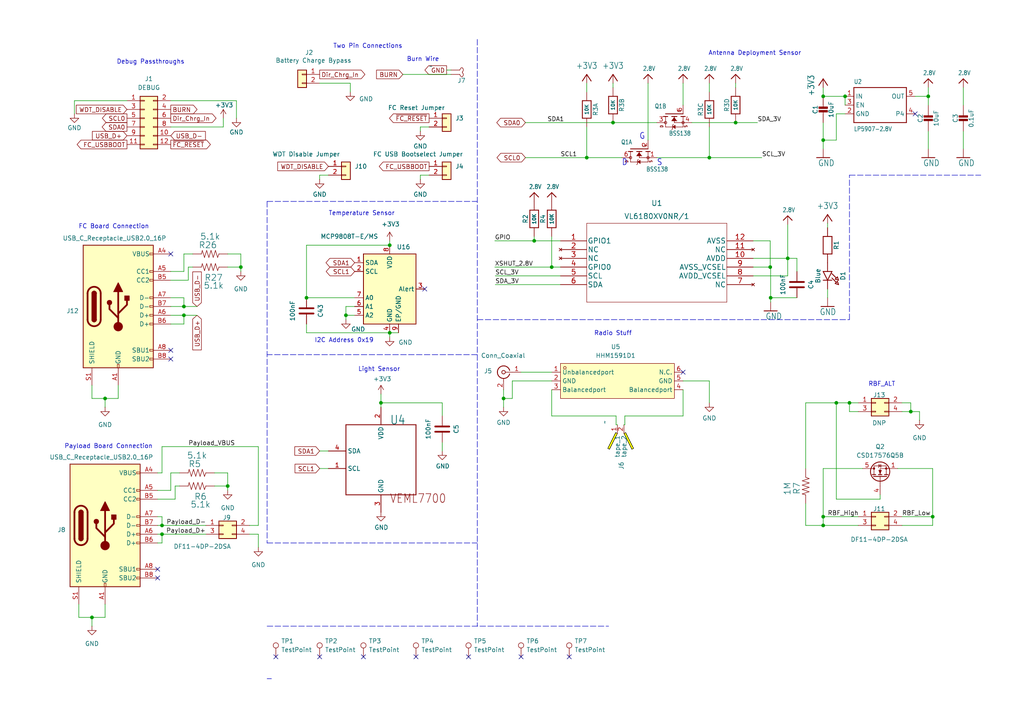
<source format=kicad_sch>
(kicad_sch (version 20250114) (generator "eeschema") (generator_version "9.0")
  (paper "A4")
  (text "Light Sensor" (at 109.982 107.188 0) (effects (font (size 1.27 1.27))))
  (text "Two Pin Connections\n" (at 106.68 13.462 0) (effects (font (size 1.27 1.27))))
  (text "S" (at 190.5 48.26 0) (effects (font (size 1.778 1.5113)) (justify left bottom)))
  (text "I2C Address 0x19" (at 99.822 98.806 0) (effects (font (size 1.27 1.27))))
  (text "Antenna Deployment Sensor" (at 218.948 15.494 0) (effects (font (size 1.27 1.27))))
  (text "Radio Stuff" (at 177.8 96.774 0) (effects (font (size 1.27 1.27))))
  (text "Debug Passthroughs" (at 43.688 18.034 0) (effects (font (size 1.27 1.27))))
  (text "FC Board Connection" (at 33.02 65.786 0) (effects (font (size 1.27 1.27))))
  (text "RBF_ALT" (at 255.778 111.506 0) (effects (font (size 1.27 1.27))))
  (text "Payload Board Connection\n" (at 31.496 129.54 0) (effects (font (size 1.27 1.27))))
  (text "Burn Wire" (at 122.682 17.272 0) (effects (font (size 1.27 1.27))))
  (text "Temperature Sensor" (at 104.902 61.976 0) (effects (font (size 1.27 1.27))))
  (text "G" (at 185.42 40.64 0) (effects (font (size 1.778 1.5113)) (justify left bottom)))
  (text "D" (at 180.34 48.26 0) (effects (font (size 1.778 1.5113)) (justify left bottom)))
  (junction (at 146.05 115.57))
  (junction (at 205.74 45.72))
  (junction (at 223.52 86.36))
  (junction (at 223.393 77.47))
  (junction (at 113.03 96.52))
  (junction (at 66.04 140.97))
  (junction (at 242.57 116.84))
  (junction (at 238.76 152.4))
  (junction (at 264.16 119.38))
  (junction (at 30.48 115.57))
  (junction (at 269.24 27.94))
  (junction (at 26.67 179.07))
  (junction (at 238.76 40.64))
  (junction (at 238.76 27.94))
  (junction (at 170.18 45.72))
  (junction (at 100.33 91.44))
  (junction (at 246.38 116.84))
  (junction (at 69.85 77.47))
  (junction (at 46.99 154.94))
  (junction (at 238.76 149.86))
  (junction (at 213.36 35.56))
  (junction (at 88.9 86.36))
  (junction (at 270.51 149.86))
  (junction (at 53.34 88.9))
  (junction (at 177.8 35.56))
  (junction (at 154.94 69.85))
  (junction (at 160.02 77.47))
  (junction (at 110.49 116.84))
  (junction (at 245.11 27.94))
  (junction (at 113.03 71.12))
  (junction (at 228.473 74.93))
  (junction (at 53.34 91.44))
  (junction (at 46.99 152.4))
  (no_connect (at 105.41 190.5))
  (no_connect (at 92.71 190.5))
  (no_connect (at 135.89 190.5))
  (no_connect (at 120.65 190.5))
  (no_connect (at 165.1 190.5))
  (no_connect (at 80.01 190.5))
  (no_connect (at 265.43 33.02))
  (no_connect (at 49.53 104.14))
  (no_connect (at 45.72 165.1))
  (no_connect (at 45.72 167.64))
  (no_connect (at 151.13 190.5))
  (no_connect (at 49.53 101.6))
  (no_connect (at 198.12 107.95))
  (no_connect (at 123.19 83.82))
  (no_connect (at 49.53 73.66))
  (wire (pts (xy 45.72 144.78) (xy 50.8 144.78)))
  (wire (pts (xy 101.6 24.13) (xy 101.6 26.67)))
  (wire (pts (xy 213.36 25.4) (xy 213.36 24.13)))
  (wire (pts (xy 26.67 179.07) (xy 22.86 179.07)))
  (wire (pts (xy 26.67 179.07) (xy 26.67 181.61)))
  (wire (pts (xy 50.8 144.78) (xy 50.8 140.97)))
  (wire (pts (xy 46.99 152.4) (xy 59.69 152.4)))
  (wire (pts (xy 45.72 137.16) (xy 46.99 137.16)))
  (wire (pts (xy 128.27 116.84) (xy 128.27 120.65)))
  (wire (pts (xy 228.473 74.93) (xy 228.473 65.151)))
  (wire (pts (xy 66.04 77.47) (xy 69.85 77.47)))
  (wire (pts (xy 213.36 35.56) (xy 219.71 35.56)))
  (wire (pts (xy 30.48 115.57) (xy 30.48 118.11)))
  (wire (pts (xy 177.8 25.4) (xy 177.8 24.13)))
  (wire (pts (xy 49.53 137.16) (xy 52.07 137.16)))
  (wire (pts (xy 74.93 129.54) (xy 74.93 152.4)))
  (wire (pts (xy 198.12 30.48) (xy 198.12 24.13)))
  (wire (pts (xy 240.03 83.82) (xy 240.03 86.36)))
  (wire (pts (xy 190.5 45.72) (xy 205.74 45.72)))
  (wire (pts (xy 170.18 45.72) (xy 152.4 45.72)))
  (polyline (pts (xy 77.47 58.42) (xy 77.47 157.48)) (stroke (width 0) (type dash)))
  (wire (pts (xy 110.49 116.84) (xy 128.27 116.84)))
  (wire (pts (xy 26.67 115.57) (xy 26.67 111.76)))
  (wire (pts (xy 49.53 81.28) (xy 54.61 81.28)))
  (wire (pts (xy 264.16 119.38) (xy 261.62 119.38)))
  (wire (pts (xy 218.44 77.47) (xy 223.393 77.47)))
  (wire (pts (xy 264.16 119.38) (xy 266.7 119.38)))
  (wire (pts (xy 242.57 116.84) (xy 246.38 116.84)))
  (wire (pts (xy 205.74 36.83) (xy 205.74 45.72)))
  (wire (pts (xy 92.71 50.8) (xy 92.71 52.07)))
  (wire (pts (xy 233.68 116.84) (xy 242.57 116.84)))
  (wire (pts (xy 46.99 154.94) (xy 59.69 154.94)))
  (wire (pts (xy 64.77 36.83) (xy 64.77 34.29)))
  (wire (pts (xy 154.94 69.85) (xy 162.56 69.85)))
  (wire (pts (xy 266.7 119.38) (xy 266.7 121.92)))
  (wire (pts (xy 49.53 78.74) (xy 53.34 78.74)))
  (wire (pts (xy 45.72 142.24) (xy 49.53 142.24)))
  (wire (pts (xy 205.74 26.67) (xy 205.74 24.13)))
  (wire (pts (xy 113.03 69.85) (xy 113.03 71.12)))
  (wire (pts (xy 46.99 152.4) (xy 46.99 149.86)))
  (wire (pts (xy 238.76 135.89) (xy 250.19 135.89)))
  (wire (pts (xy 238.76 152.4) (xy 238.76 149.86)))
  (wire (pts (xy 66.04 140.97) (xy 66.04 142.24)))
  (wire (pts (xy 113.03 97.79) (xy 113.03 96.52)))
  (wire (pts (xy 53.34 93.98) (xy 49.53 93.98)))
  (wire (pts (xy 261.62 116.84) (xy 264.16 116.84)))
  (wire (pts (xy 152.4 35.56) (xy 177.8 35.56)))
  (wire (pts (xy 54.61 81.28) (xy 54.61 77.47)))
  (wire (pts (xy 279.4 38.1) (xy 279.4 43.18)))
  (wire (pts (xy 190.5 35.56) (xy 177.8 35.56)))
  (polyline (pts (xy 138.43 11.43) (xy 138.43 102.87)) (stroke (width 0) (type dash)))
  (wire (pts (xy 128.27 128.27) (xy 128.27 130.81)))
  (wire (pts (xy 53.34 73.66) (xy 55.88 73.66)))
  (wire (pts (xy 62.23 137.16) (xy 66.04 137.16)))
  (wire (pts (xy 181.229 120.65) (xy 198.12 120.65)))
  (wire (pts (xy 264.16 116.84) (xy 264.16 119.38)))
  (wire (pts (xy 62.23 140.97) (xy 66.04 140.97)))
  (wire (pts (xy 198.12 110.49) (xy 205.74 110.49)))
  (polyline (pts (xy 138.43 102.87) (xy 138.43 181.61)) (stroke (width 0) (type dash)))
  (wire (pts (xy 223.52 77.47) (xy 223.393 77.47)))
  (wire (pts (xy 205.74 45.72) (xy 220.98 45.72)))
  (wire (pts (xy 66.04 73.66) (xy 69.85 73.66)))
  (wire (pts (xy 270.51 135.89) (xy 270.51 149.86)))
  (wire (pts (xy 180.975 123.19) (xy 181.229 123.19)))
  (wire (pts (xy 54.61 77.47) (xy 55.88 77.47)))
  (wire (pts (xy 223.393 69.85) (xy 223.393 77.47)))
  (wire (pts (xy 46.99 152.4) (xy 45.72 152.4)))
  (wire (pts (xy 246.38 119.38) (xy 248.92 119.38)))
  (wire (pts (xy 49.53 142.24) (xy 49.53 137.16)))
  (wire (pts (xy 53.34 78.74) (xy 53.34 73.66)))
  (wire (pts (xy 95.25 50.8) (xy 92.71 50.8)))
  (wire (pts (xy 180.34 45.72) (xy 170.18 45.72)))
  (wire (pts (xy 151.13 107.95) (xy 160.02 107.95)))
  (wire (pts (xy 100.33 88.9) (xy 100.33 91.44)))
  (wire (pts (xy 34.29 115.57) (xy 30.48 115.57)))
  (wire (pts (xy 124.46 50.8) (xy 121.92 50.8)))
  (wire (pts (xy 66.04 137.16) (xy 66.04 140.97)))
  (wire (pts (xy 46.99 149.86) (xy 45.72 149.86)))
  (wire (pts (xy 143.637 80.01) (xy 162.56 80.01)))
  (wire (pts (xy 242.57 40.64) (xy 238.76 40.64)))
  (wire (pts (xy 160.02 120.65) (xy 178.689 120.65)))
  (wire (pts (xy 265.43 27.94) (xy 269.24 27.94)))
  (wire (pts (xy 248.92 152.4) (xy 238.76 152.4)))
  (wire (pts (xy 248.92 149.86) (xy 238.76 149.86)))
  (wire (pts (xy 233.68 135.89) (xy 233.68 116.84)))
  (wire (pts (xy 269.24 38.1) (xy 269.24 43.18)))
  (wire (pts (xy 148.59 115.57) (xy 146.05 115.57)))
  (wire (pts (xy 46.99 137.16) (xy 46.99 129.54)))
  (wire (pts (xy 124.46 36.83) (xy 121.92 36.83)))
  (wire (pts (xy 260.35 135.89) (xy 270.51 135.89)))
  (wire (pts (xy 92.71 135.89) (xy 95.25 135.89)))
  (wire (pts (xy 22.86 179.07) (xy 22.86 175.26)))
  (wire (pts (xy 218.44 69.85) (xy 223.393 69.85)))
  (wire (pts (xy 88.9 96.52) (xy 88.9 93.98)))
  (polyline (pts (xy 246.38 92.71) (xy 246.38 50.8)) (stroke (width 0) (type dash)))
  (wire (pts (xy 36.83 29.21) (xy 21.59 29.21)))
  (wire (pts (xy 187.96 40.64) (xy 187.96 24.13)))
  (wire (pts (xy 53.34 86.36) (xy 49.53 86.36)))
  (wire (pts (xy 160.02 77.47) (xy 162.56 77.47)))
  (wire (pts (xy 160.02 68.58) (xy 160.02 77.47)))
  (wire (pts (xy 92.71 24.13) (xy 101.6 24.13)))
  (wire (pts (xy 238.76 40.64) (xy 238.76 35.56)))
  (wire (pts (xy 46.99 157.48) (xy 45.72 157.48)))
  (wire (pts (xy 228.473 74.93) (xy 231.14 74.93)))
  (wire (pts (xy 245.11 27.94) (xy 238.76 27.94)))
  (wire (pts (xy 223.52 86.36) (xy 223.52 87.63)))
  (wire (pts (xy 170.18 24.13) (xy 170.18 26.67)))
  (wire (pts (xy 200.66 35.56) (xy 213.36 35.56)))
  (wire (pts (xy 248.92 116.84) (xy 246.38 116.84)))
  (polyline (pts (xy 77.47 196.85) (xy 78.74 196.85)))
  (wire (pts (xy 160.02 110.49) (xy 148.59 110.49)))
  (wire (pts (xy 100.33 91.44) (xy 100.33 92.71)))
  (wire (pts (xy 68.58 29.21) (xy 68.58 34.29)))
  (wire (pts (xy 242.57 144.78) (xy 255.27 144.78)))
  (wire (pts (xy 269.24 27.94) (xy 269.24 25.4)))
  (polyline (pts (xy 77.47 181.61) (xy 176.53 181.61)) (stroke (width 0) (type dash)))
  (wire (pts (xy 242.57 33.02) (xy 242.57 40.64)))
  (wire (pts (xy 146.05 118.11) (xy 146.05 115.57)))
  (wire (pts (xy 238.76 25.4) (xy 238.76 27.94)))
  (wire (pts (xy 205.74 110.49) (xy 205.74 116.84)))
  (wire (pts (xy 154.94 68.58) (xy 154.94 69.85)))
  (polyline (pts (xy 246.38 50.8) (xy 284.48 50.8)) (stroke (width 0) (type dash)))
  (wire (pts (xy 231.14 74.93) (xy 231.14 78.74)))
  (wire (pts (xy 218.44 80.01) (xy 228.473 80.01)))
  (wire (pts (xy 261.62 152.4) (xy 270.51 152.4)))
  (wire (pts (xy 50.8 140.97) (xy 52.07 140.97)))
  (wire (pts (xy 238.76 152.4) (xy 233.68 152.4)))
  (wire (pts (xy 255.27 144.78) (xy 255.27 143.51)))
  (wire (pts (xy 53.34 88.9) (xy 53.34 86.36)))
  (wire (pts (xy 279.4 25.4) (xy 279.4 30.48)))
  (polyline (pts (xy 77.47 157.48) (xy 138.43 157.48)) (stroke (width 0) (type dash)))
  (wire (pts (xy 53.34 91.44) (xy 53.34 93.98)))
  (wire (pts (xy 148.59 110.49) (xy 148.59 115.57)))
  (wire (pts (xy 143.51 77.47) (xy 160.02 77.47)))
  (polyline (pts (xy 77.47 58.42) (xy 138.43 58.42)) (stroke (width 0) (type dash)))
  (wire (pts (xy 223.52 77.47) (xy 223.52 86.36)))
  (wire (pts (xy 160.02 113.03) (xy 160.02 120.65)))
  (wire (pts (xy 181.229 123.19) (xy 181.229 120.65)))
  (wire (pts (xy 233.68 152.4) (xy 233.68 146.05)))
  (wire (pts (xy 53.34 88.9) (xy 49.53 88.9)))
  (wire (pts (xy 240.03 66.04) (xy 240.03 64.77)))
  (wire (pts (xy 74.93 152.4) (xy 72.39 152.4)))
  (wire (pts (xy 178.689 120.65) (xy 178.689 123.19)))
  (polyline (pts (xy 138.43 92.71) (xy 246.38 92.71)) (stroke (width 0) (type dash)))
  (wire (pts (xy 121.92 36.83) (xy 121.92 38.1)))
  (wire (pts (xy 115.57 96.52) (xy 113.03 96.52)))
  (wire (pts (xy 72.39 154.94) (xy 74.93 154.94)))
  (wire (pts (xy 46.99 154.94) (xy 46.99 157.48)))
  (wire (pts (xy 228.473 74.93) (xy 228.473 80.01)))
  (wire (pts (xy 53.34 91.44) (xy 57.15 91.44)))
  (wire (pts (xy 242.57 116.84) (xy 242.57 144.78)))
  (wire (pts (xy 238.76 135.89) (xy 238.76 149.86)))
  (wire (pts (xy 178.689 123.19) (xy 179.07 123.19)))
  (wire (pts (xy 53.34 88.9) (xy 57.15 88.9)))
  (wire (pts (xy 270.51 152.4) (xy 270.51 149.86)))
  (wire (pts (xy 53.34 91.44) (xy 49.53 91.44)))
  (polyline (pts (xy 138.43 102.87) (xy 77.47 102.87)) (stroke (width 0) (type dash)))
  (wire (pts (xy 245.11 30.48) (xy 245.11 27.94)))
  (wire (pts (xy 69.85 73.66) (xy 69.85 77.47)))
  (wire (pts (xy 34.29 111.76) (xy 34.29 115.57)))
  (wire (pts (xy 238.76 40.64) (xy 238.76 43.18)))
  (wire (pts (xy 88.9 71.12) (xy 113.03 71.12)))
  (wire (pts (xy 261.62 149.86) (xy 270.51 149.86)))
  (wire (pts (xy 121.92 50.8) (xy 121.92 52.07)))
  (wire (pts (xy 218.44 74.93) (xy 228.473 74.93)))
  (wire (pts (xy 102.87 88.9) (xy 100.33 88.9)))
  (wire (pts (xy 49.53 29.21) (xy 68.58 29.21)))
  (wire (pts (xy 110.49 116.84) (xy 110.49 118.11)))
  (wire (pts (xy 88.9 71.12) (xy 88.9 86.36)))
  (wire (pts (xy 74.93 154.94) (xy 74.93 158.75)))
  (wire (pts (xy 46.99 154.94) (xy 45.72 154.94)))
  (wire (pts (xy 246.38 116.84) (xy 246.38 119.38)))
  (wire (pts (xy 116.84 21.59) (xy 130.81 21.59)))
  (wire (pts (xy 245.11 33.02) (xy 242.57 33.02)))
  (wire (pts (xy 30.48 175.26) (xy 30.48 179.07)))
  (wire (pts (xy 130.81 20.32) (xy 129.54 20.32)))
  (wire (pts (xy 30.48 179.07) (xy 26.67 179.07)))
  (wire (pts (xy 146.05 115.57) (xy 146.05 113.03)))
  (wire (pts (xy 88.9 96.52) (xy 113.03 96.52)))
  (wire (pts (xy 110.49 114.3) (xy 110.49 116.84)))
  (wire (pts (xy 143.637 82.55) (xy 162.56 82.55)))
  (wire (pts (xy 21.59 29.21) (xy 21.59 33.02)))
  (wire (pts (xy 143.51 69.85) (xy 154.94 69.85)))
  (wire (pts (xy 30.48 115.57) (xy 26.67 115.57)))
  (wire (pts (xy 269.24 27.94) (xy 269.24 30.48)))
  (wire (pts (xy 231.14 86.36) (xy 223.52 86.36)))
  (wire (pts (xy 46.99 129.54) (xy 74.93 129.54)))
  (wire (pts (xy 69.85 77.47) (xy 69.85 78.74)))
  (wire (pts (xy 88.9 86.36) (xy 102.87 86.36)))
  (wire (pts (xy 170.18 36.83) (xy 170.18 45.72)))
  (wire (pts (xy 95.25 130.81) (xy 92.71 130.81)))
  (wire (pts (xy 198.12 113.03) (xy 198.12 120.65)))
  (wire (pts (xy 102.87 91.44) (xy 100.33 91.44)))
  (wire (pts (xy 49.53 36.83) (xy 64.77 36.83)))
  (label "Payload_D+" (at 48.1721 154.94 0))
  (label "Payload_VBUS" (at 54.61 129.54 0))
  (label "GPIO" (at 143.51 69.85 0) (effects (font (size 1.2446 1.2446))))
  (label "RBF_Low" (at 261.62 149.86 0))
  (label "SDA1" (at 158.75 35.56 0) (effects (font (size 1.2446 1.2446))))
  (label "Payload_D-" (at 48.26 152.4 0))
  (label "SCL_3V" (at 143.637 80.01 0) (effects (font (size 1.2446 1.2446))))
  (label "SDA_3V" (at 143.637 82.55 0) (effects (font (size 1.2446 1.2446))))
  (label "SCL1" (at 162.56 45.72 0) (effects (font (size 1.2446 1.2446))))
  (label "SCL_3V" (at 220.98 45.72 0) (effects (font (size 1.2446 1.2446))))
  (label "RBF_High" (at 240.03 149.86 0))
  (label "SDA_3V" (at 219.71 35.56 0) (effects (font (size 1.2446 1.2446))))
  (label "XSHUT_2.8V" (at 143.51 77.47 0) (effects (font (size 1.2446 1.2446))))
  (global_label "SCL1" (shape bidirectional) (at 102.87 78.74 180) (property "Intersheetrefs" "${INTERSHEET_REFS}" (effects (hide yes))))
  (global_label "~{FC_RESET}" (shape output) (at 124.46 34.29 180) (property "Intersheetrefs" "${INTERSHEET_REFS}" (effects (hide yes))))
  (global_label "SCL0" (shape output) (at 36.83 34.29 180) (property "Intersheetrefs" "${INTERSHEET_REFS}" (effects (hide yes))))
  (global_label "SDA1" (shape input) (at 92.71 130.81 180) (property "Intersheetrefs" "${INTERSHEET_REFS}" (effects (hide yes))))
  (global_label "USB_D-" (shape input) (at 49.53 39.37 0) (property "Intersheetrefs" "${INTERSHEET_REFS}" (effects (hide yes))))
  (global_label "SCL1" (shape input) (at 92.71 135.89 180) (property "Intersheetrefs" "${INTERSHEET_REFS}" (effects (hide yes))))
  (global_label "Dir_Chrg_In" (shape output) (at 92.71 21.59 0) (property "Intersheetrefs" "${INTERSHEET_REFS}" (effects (hide yes))))
  (global_label "SDA0" (shape bidirectional) (at 152.4 35.56 180) (property "Intersheetrefs" "${INTERSHEET_REFS}" (effects (hide yes))))
  (global_label "FC_USBBOOT" (shape output) (at 36.83 41.91 180) (property "Intersheetrefs" "${INTERSHEET_REFS}" (effects (hide yes))))
  (global_label "SCL0" (shape bidirectional) (at 152.4 45.72 180) (property "Intersheetrefs" "${INTERSHEET_REFS}" (effects (hide yes))))
  (global_label "SDA0" (shape output) (at 36.83 36.83 180) (property "Intersheetrefs" "${INTERSHEET_REFS}" (effects (hide yes))))
  (global_label "WDT_DISABLE" (shape input) (at 95.25 48.26 180) (property "Intersheetrefs" "${INTERSHEET_REFS}" (effects (hide yes))))
  (global_label "GND" (shape output) (at 129.54 20.32 180) (property "Intersheetrefs" "${INTERSHEET_REFS}" (effects (hide yes))))
  (global_label "USB_D-" (shape input) (at 57.15 88.9 90) (property "Intersheetrefs" "${INTERSHEET_REFS}" (effects (hide yes))))
  (global_label "SDA1" (shape bidirectional) (at 102.87 76.2 180) (property "Intersheetrefs" "${INTERSHEET_REFS}" (effects (hide yes))))
  (global_label "WDT_DISABLE" (shape input) (at 36.83 31.75 180) (property "Intersheetrefs" "${INTERSHEET_REFS}" (effects (hide yes))))
  (global_label "USB_D+" (shape input) (at 57.15 91.44 270) (property "Intersheetrefs" "${INTERSHEET_REFS}" (effects (hide yes))))
  (global_label "USB_D+" (shape input) (at 36.83 39.37 180) (property "Intersheetrefs" "${INTERSHEET_REFS}" (effects (hide yes))))
  (global_label "FC_USBBOOT" (shape output) (at 124.46 48.26 180) (property "Intersheetrefs" "${INTERSHEET_REFS}" (effects (hide yes))))
  (global_label "~{FC_RESET}" (shape output) (at 49.53 41.91 0) (property "Intersheetrefs" "${INTERSHEET_REFS}" (effects (hide yes))))
  (global_label "BURN" (shape output) (at 49.53 31.75 0) (property "Intersheetrefs" "${INTERSHEET_REFS}" (effects (hide yes))))
  (global_label "BURN" (shape input) (at 116.84 21.59 180) (property "Intersheetrefs" "${INTERSHEET_REFS}" (effects (hide yes))))
  (global_label "Dir_Chrg_In" (shape output) (at 49.53 34.29 0) (property "Intersheetrefs" "${INTERSHEET_REFS}" (effects (hide yes))))
  (symbol (lib_id "Adafruit VL6180 Time of Flight Sensor-eagle-import:MOSFET-N_DUAL") (at 185.42 43.18 90) (mirror x) (unit 1)
    (property "Reference" "Q1" (at 183.388 41.91 90) (effects (font (size 1.27 1.0795)) (justify left bottom)))
    (property "Value" "BSS138" (at 193.802 49.784 90) (effects (font (size 1.27 1.0795)) (justify left bottom)))
    (property "Footprint" "Package_TO_SOT_SMD:SOT-363_SC-70-6" (effects (hide yes)))
  )
  (symbol (lib_id "Adafruit VL6180 Time of Flight Sensor-eagle-import:2.8V") (at 228.473 62.611 0) (unit 1)
    (property "Reference" "#U$09" (effects (hide yes)))
    (property "Value" "2.8V" (at 226.949 61.595 0) (effects (font (size 1.27 1.0795)) (justify left bottom)))
    (property "Footprint" "Adafruit VL6180 Time of Flight Sensor:" (effects (hide yes)))
  )
  (symbol (lib_id "Antenna:Tape_Measure_Antenna") (at 175.387 122.428 90) (mirror x) (unit 1)
    (property "Reference" "J6" (at 180.213 133.858 0) (effects (justify left)))
    (property "Value" "~" (at 175.387 122.428 0))
    (property "Footprint" "Antenna_board:Tape_Measure_Antenna" (effects (hide yes)))
  )
  (symbol (lib_id "Transistor_FET:CSD17576Q5B") (at 255.27 138.43 90) (unit 1)
    (property "Reference" "Q2" (at 255.27 129.54 90))
    (property "Value" "CSD17576Q5B" (at 255.27 132.08 90))
    (property "Footprint" "Package_TO_SOT_SMD:TDSON-8-1" (effects (hide yes)))
    (property "Datasheet" "http://www.ti.com/lit/gpn/csd17576q5b" (effects (hide yes)))
    (property "Description" "100A Id, 30V Vds, NexFET N-Channel Power MOSFET, 2mOhm Ron, 25nC Qg(typ), SON8 5x6mm" (effects (hide yes)))
  )
  (symbol (lib_name "GND_1") (lib_id "power:GND") (at 69.85 78.74 0) (unit 1)
    (property "Reference" "#PWR090" (effects (hide yes)))
    (property "Value" "GND" (at 69.85 83.82 0))
    (property "Description" "Power symbol creates a global label with name \"GND\" , ground" (effects (hide yes)))
  )
  (symbol (lib_id "Adafruit VL6180 Time of Flight Sensor-eagle-import:2.8V") (at 279.4 22.86 0) (unit 1)
    (property "Reference" "#U$012" (effects (hide yes)))
    (property "Value" "2.8V" (at 277.876 21.844 0) (effects (font (size 1.27 1.0795)) (justify left bottom)))
    (property "Footprint" "Adafruit VL6180 Time of Flight Sensor:" (effects (hide yes)))
  )
  (symbol (lib_id "VL6180X0NR:VL6180XV0NR/1") (at 162.56 69.85 0) (unit 1)
    (property "Reference" "U1" (at 190.5 58.928 0) (effects (font (size 1.524 1.524))))
    (property "Value" "VL6180XV0NR/1" (at 190.5 62.738 0) (effects (font (size 1.524 1.524))))
    (property "Footprint" "Adafruit VL6180 Time of Flight Sensor:VL6180" (effects (hide yes)))
  )
  (symbol (lib_id "Adafruit ItsyBitsy RP2040-eagle-import:+3V3") (at 177.8 21.59 0) (unit 1)
    (property "Reference" "#+3V03" (effects (hide yes)))
    (property "Value" "+3V3" (at 177.8 19.05 0) (effects (font (size 1.778 1.5113))))
    (property "Footprint" "Adafruit ItsyBitsy RP2040:" (effects (hide yes)))
  )
  (symbol (lib_id "Adafruit VL6180 Time of Flight Sensor-eagle-import:GND") (at 279.4 45.72 0) (unit 1)
    (property "Reference" "#U$013" (effects (hide yes)))
    (property "Value" "GND" (at 277.876 48.26 0) (effects (font (size 1.778 1.5113)) (justify left bottom)))
    (property "Footprint" "Adafruit VL6180 Time of Flight Sensor:" (effects (hide yes)))
  )
  (symbol (lib_id "Adafruit VL6180 Time of Flight Sensor-eagle-import:RESISTOR_4PACK") (at 205.74 31.75 90) (mirror x) (unit 3)
    (property "Reference" "R3" (at 203.2 31.75 0))
    (property "Value" "10K" (at 205.74 31.75 0) (effects (font (size 1.016 1.016) (bold yes))))
    (property "Footprint" "Resistor_SMD:R_Array_Convex_4x0603" (effects (hide yes)))
  )
  (symbol (lib_id "Connector_Generic:Conn_01x02") (at 129.54 34.29 0) (unit 1)
    (property "Reference" "J3" (at 132.08 34.2899 0) (effects (justify left)))
    (property "Value" "FC Reset Jumper" (at 112.522 31.242 0) (effects (justify left)))
    (property "Footprint" "Connector_PinHeader_2.54mm:PinHeader_1x02_P2.54mm_Vertical" (effects (hide yes)))
    (property "Description" "Generic connector, single row, 01x02, script generated (kicad-library-utils/schlib/autogen/connector/)" (effects (hide yes)))
  )
  (symbol (lib_id "solar-panel-side-Z-rescue:+3.3V-power") (at 110.49 114.3 0) (unit 1)
    (property "Reference" "#PWR0101" (effects (hide yes)))
    (property "Value" "+3V3" (at 110.871 109.9058 0))
  )
  (symbol (lib_id "Adafruit ItsyBitsy RP2040-eagle-import:+3V3") (at 240.03 62.23 0) (unit 1)
    (property "Reference" "#+3V01" (effects (hide yes)))
    (property "Value" "+3V3" (at 240.03 59.69 0) (effects (font (size 1.778 1.5113))))
    (property "Footprint" "Adafruit ItsyBitsy RP2040:" (effects (hide yes)))
  )
  (symbol (lib_id "Device:C") (at 231.14 82.55 0) (unit 1)
    (property "Reference" "C4" (at 235.204 82.55 90))
    (property "Value" "100nF" (at 227.076 82.55 90))
    (property "Footprint" "Capacitor_SMD:C_0805_2012Metric" (effects (hide yes)))
  )
  (symbol (lib_id "Adafruit VL6180 Time of Flight Sensor-eagle-import:2.8V") (at 213.36 21.59 0) (unit 1)
    (property "Reference" "#U$07" (effects (hide yes)))
    (property "Value" "2.8V" (at 211.836 20.574 0) (effects (font (size 1.27 1.0795)) (justify left bottom)))
    (property "Footprint" "Adafruit VL6180 Time of Flight Sensor:" (effects (hide yes)))
  )
  (symbol (lib_id "Adafruit VL6180 Time of Flight Sensor-eagle-import:GND") (at 223.52 90.17 0) (unit 1)
    (property "Reference" "#U$08" (effects (hide yes)))
    (property "Value" "GND" (at 221.996 92.71 0) (effects (font (size 1.778 1.5113)) (justify left bottom)))
    (property "Footprint" "Adafruit VL6180 Time of Flight Sensor:" (effects (hide yes)))
  )
  (symbol (lib_id "Adafruit VL6180 Time of Flight Sensor-eagle-import:VREG_SOT23-5") (at 255.27 30.48 0) (unit 1)
    (property "Reference" "U2" (at 247.65 24.384 0) (effects (font (size 1.27 1.0795)) (justify left bottom)))
    (property "Value" "LP5907-2.8V" (at 247.65 38.1 0) (effects (font (size 1.27 1.0795)) (justify left bottom)))
    (property "Footprint" "Package_TO_SOT_SMD:SOT-23-5" (effects (hide yes)))
  )
  (symbol (lib_id "Connector:TestPoint") (at 120.65 190.5 0) (unit 1)
    (property "Reference" "TP4" (at 122.174 185.928 0) (effects (justify left)))
    (property "Value" "TestPoint" (at 122.174 188.468 0) (effects (justify left)))
    (property "Footprint" "MountingHole:MountingHole_2.7mm_M2.5_Pad" (effects (hide yes)))
  )
  (symbol (lib_id "power:GND") (at 113.03 97.79 0) (unit 1)
    (property "Reference" "#PWR0110" (effects (hide yes)))
    (property "Value" "GND" (at 117.602 99.314 0))
  )
  (symbol (lib_id "Adafruit VL6180 Time of Flight Sensor-eagle-import:CAP_CERAMIC0603_NO") (at 279.4 35.56 0) (unit 1)
    (property "Reference" "C3" (at 277.11 34.31 90))
    (property "Value" "0.1uF" (at 281.7 34.31 90))
    (property "Footprint" "Capacitor_SMD:C_0603_1608Metric" (effects (hide yes)))
  )
  (symbol (lib_name "GND_1") (lib_id "power:GND") (at 266.7 121.92 0) (unit 1)
    (property "Reference" "#PWR07" (effects (hide yes)))
    (property "Value" "GND" (at 266.7 127 0))
    (property "Description" "Power symbol creates a global label with name \"GND\" , ground" (effects (hide yes)))
  )
  (symbol (lib_name "GND_2") (lib_id "power:GND") (at 101.6 26.67 0) (unit 1)
    (property "Reference" "#PWR022" (effects (hide yes)))
    (property "Value" "GND" (at 106.172 28.702 0))
    (property "Description" "Power symbol creates a global label with name \"GND\" , ground" (effects (hide yes)))
  )
  (symbol (lib_id "Adafruit VL6180 Time of Flight Sensor-eagle-import:RESISTOR_4PACK") (at 170.18 31.75 270) (unit 1)
    (property "Reference" "R3" (at 172.72 31.75 0))
    (property "Value" "10K" (at 170.18 31.75 0) (effects (font (size 1.016 1.016) (bold yes))))
    (property "Footprint" "Resistor_SMD:R_Array_Convex_4x0603" (effects (hide yes)))
  )
  (symbol (lib_id "Connector:USB_C_Receptacle_USB2.0_16P") (at 30.48 152.4 0) (unit 1)
    (property "Reference" "J8" (at 19.05 153.6701 0) (effects (justify right)))
    (property "Value" "USB_C_Receptacle_USB2.0_16P" (at 44.45 132.588 0) (effects (justify right)))
    (property "Footprint" "Connector_USB:USB_C_Receptacle_HRO_TYPE-C-31-M-12" (effects (hide yes)))
    (property "Datasheet" "https://www.usb.org/sites/default/files/documents/usb_type-c.zip" (effects (hide yes)))
    (property "Description" "USB 2.0-only 16P Type-C Receptacle connector" (effects (hide yes)))
  )
  (symbol (lib_id "Adafruit VL6180 Time of Flight Sensor-eagle-import:MOSFET-N_DUAL") (at 195.58 33.02 90) (mirror x) (unit 2)
    (property "Reference" "Q1" (at 193.294 31.496 90) (effects (font (size 1.27 1.0795)) (justify left bottom)))
    (property "Value" "BSS138" (at 200.406 39.37 90) (effects (font (size 1.27 1.0795)) (justify left bottom)))
    (property "Footprint" "Package_TO_SOT_SMD:SOT-363_SC-70-6" (effects (hide yes)))
  )
  (symbol (lib_id "Adafruit VL6180 Time of Flight Sensor-eagle-import:CAP_CERAMIC0805-NOOUTLINE") (at 269.24 35.56 0) (unit 1)
    (property "Reference" "C2" (at 266.95 34.31 90))
    (property "Value" "10uF" (at 271.54 34.31 90))
    (property "Footprint" "Capacitor_SMD:C_0805_2012Metric" (effects (hide yes)))
  )
  (symbol (lib_name "GND_1") (lib_id "power:GND") (at 121.92 38.1 0) (unit 1)
    (property "Reference" "#PWR027" (effects (hide yes)))
    (property "Value" "GND" (at 121.92 42.418 0))
    (property "Description" "Power symbol creates a global label with name \"GND\" , ground" (effects (hide yes)))
  )
  (symbol (lib_id "Connector_Generic:Conn_01x02") (at 129.54 48.26 0) (unit 1)
    (property "Reference" "J4" (at 132.08 48.2599 0) (effects (justify left)))
    (property "Value" "FC USB Bootselect Jumper" (at 108.204 44.704 0) (effects (justify left)))
    (property "Footprint" "Connector_PinHeader_2.54mm:PinHeader_1x02_P2.54mm_Vertical" (effects (hide yes)))
    (property "Description" "Generic connector, single row, 01x02, script generated (kicad-library-utils/schlib/autogen/connector/)" (effects (hide yes)))
  )
  (symbol (lib_id "Adafruit ItsyBitsy RP2040-eagle-import:+3V3") (at 238.76 22.86 0) (unit 1)
    (property "Reference" "#+3V04" (effects (hide yes)))
    (property "Value" "+3V3" (at 236.22 27.94 90) (effects (font (size 1.778 1.5113)) (justify left bottom)))
    (property "Footprint" "Adafruit ItsyBitsy RP2040:" (effects (hide yes)))
  )
  (symbol (lib_id "Adafruit ItsyBitsy RP2040-eagle-import:RESISTOR_0402NO") (at 240.03 71.12 270) (unit 1)
    (property "Reference" "R1" (at 242.57 71.12 0))
    (property "Value" "10k" (effects (hide yes)))
    (property "Footprint" "Resistor_SMD:R_0402_1005Metric" (effects (hide yes)))
  )
  (symbol (lib_id "Adafruit VL6180 Time of Flight Sensor-eagle-import:RESISTOR_4PACK") (at 213.36 30.48 90) (mirror x) (unit 4)
    (property "Reference" "R3" (at 210.82 30.48 0))
    (property "Value" "10K" (at 213.36 30.48 0) (effects (font (size 1.016 1.016) (bold yes))))
    (property "Footprint" "Resistor_SMD:R_Array_Convex_4x0603" (effects (hide yes)))
  )
  (symbol (lib_id "Adafruit VL6180 Time of Flight Sensor-eagle-import:GND") (at 238.76 45.72 0) (unit 1)
    (property "Reference" "#U$05" (effects (hide yes)))
    (property "Value" "GND" (at 237.236 48.26 0) (effects (font (size 1.778 1.5113)) (justify left bottom)))
    (property "Footprint" "Adafruit VL6180 Time of Flight Sensor:" (effects (hide yes)))
  )
  (symbol (lib_id "easyeda2kicad:HHM1591D1") (at 189.23 110.49 0) (unit 1)
    (property "Reference" "U5" (at 178.562 100.584 0))
    (property "Value" "HHM1591D1" (at 178.562 103.124 0))
    (property "Footprint" "easyeda2kicad:XFMR-SMD_HHM1591D1" (effects (hide yes)))
    (property "Datasheet" "https://lcsc.com/product-detail/_TDK_HHM1591D1_TDK-HHM1591D1_C74209.html" (effects (hide yes)))
    (property "LCSC Part" "C74209" (effects (hide yes)))
  )
  (symbol (lib_id "Connector:TestPoint") (at 135.89 190.5 0) (unit 1)
    (property "Reference" "TP5" (at 137.414 185.928 0) (effects (justify left)))
    (property "Value" "TestPoint" (at 137.414 188.468 0) (effects (justify left)))
    (property "Footprint" "MountingHole:MountingHole_2.7mm_M2.5_Pad" (effects (hide yes)))
  )
  (symbol (lib_id "power:GND") (at 205.74 116.84 0) (mirror y) (unit 1)
    (property "Reference" "#PWR04" (effects (hide yes)))
    (property "Value" "GND" (at 205.74 121.2834 0))
  )
  (symbol (lib_id "mainboard:RESISTOR0603") (at 233.68 140.97 270) (unit 1) (in_bom no)
    (property "Reference" "R7" (at 230.0732 141.6304 0) (effects (font (size 1.778 1.778)) (justify bottom)))
    (property "Value" "1M" (at 229.362 141.732 0) (effects (font (size 1.778 1.778)) (justify top)))
    (property "Footprint" "Resistor_SMD:R_0603_1608Metric" (effects (hide yes)))
    (property "Description" "1M 0603" (effects (hide yes)))
  )
  (symbol (lib_id "Adafruit VL6180 Time of Flight Sensor-eagle-import:RESISTOR_0603_NOOUT") (at 160.02 63.5 90) (unit 1)
    (property "Reference" "R4" (at 157.48 63.5 0))
    (property "Value" "10K" (at 160.02 63.5 0) (effects (font (size 1.016 1.016) (bold yes))))
    (property "Footprint" "Resistor_SMD:R_0603_1608Metric" (effects (hide yes)))
  )
  (symbol (lib_id "Connector_Generic:Conn_02x02_Odd_Even") (at 254 116.84 0) (unit 1)
    (property "Reference" "J13" (at 255.016 114.554 0))
    (property "Value" "DNP" (at 255.016 122.682 0))
    (property "Footprint" "Connector_Hirose:Hirose_DF11-4DP-2DSA_2x02_P2.00mm_Vertical" (effects (hide yes)))
    (property "Description" "Generic connector, double row, 02x02, odd/even pin numbering scheme (row 1 odd numbers, row 2 even numbers), script generated (kicad-library-utils/schlib/autogen/connector/)" (effects (hide yes)))
  )
  (symbol (lib_id "Adafruit VL6180 Time of Flight Sensor-eagle-import:2.8V") (at 205.74 21.59 0) (unit 1)
    (property "Reference" "#U$06" (effects (hide yes)))
    (property "Value" "2.8V" (at 204.216 20.574 0) (effects (font (size 1.27 1.0795)) (justify left bottom)))
    (property "Footprint" "Adafruit VL6180 Time of Flight Sensor:" (effects (hide yes)))
  )
  (symbol (lib_id "Connector:USB_C_Receptacle_USB2.0_16P") (at 34.29 88.9 0) (unit 1)
    (property "Reference" "J12" (at 22.86 90.1701 0) (effects (justify right)))
    (property "Value" "USB_C_Receptacle_USB2.0_16P" (at 48.26 69.088 0) (effects (justify right)))
    (property "Footprint" "Connector_USB:USB_C_Receptacle_HRO_TYPE-C-31-M-12" (effects (hide yes)))
    (property "Datasheet" "https://www.usb.org/sites/default/files/documents/usb_type-c.zip" (effects (hide yes)))
    (property "Description" "USB 2.0-only 16P Type-C Receptacle connector" (effects (hide yes)))
  )
  (symbol (lib_id "mainboard:RESISTOR0603") (at 57.15 140.97 180) (unit 1) (in_bom no)
    (property "Reference" "R6" (at 58.166 143.002 0) (effects (font (size 1.778 1.778)) (justify bottom)))
    (property "Value" "5.1k" (at 58.166 147.32 0) (effects (font (size 1.778 1.778)) (justify top)))
    (property "Footprint" "Resistor_SMD:R_0603_1608Metric" (effects (hide yes)))
    (property "Description" "5.1k 0603" (effects (hide yes)))
  )
  (symbol (lib_id "Device:C") (at 88.9 90.17 0) (unit 1)
    (property "Reference" "C43" (at 92.964 90.17 90))
    (property "Value" "100nF" (at 84.836 90.17 90))
    (property "Footprint" "Capacitor_SMD:C_0805_2012Metric" (effects (hide yes)))
  )
  (symbol (lib_id "Connector_Generic:Conn_02x02_Odd_Even") (at 254 149.86 0) (unit 1)
    (property "Reference" "J11" (at 255.016 147.574 0))
    (property "Value" "DF11-4DP-2DSA" (at 255.016 156.464 0))
    (property "Footprint" "Connector_Hirose:Hirose_DF11-4DP-2DSA_2x02_P2.00mm_Vertical" (effects (hide yes)))
    (property "Description" "Generic connector, double row, 02x02, odd/even pin numbering scheme (row 1 odd numbers, row 2 even numbers), script generated (kicad-library-utils/schlib/autogen/connector/)" (effects (hide yes)))
  )
  (symbol (lib_id "Adafruit VL6180 Time of Flight Sensor-eagle-import:2.8V") (at 154.94 55.88 0) (unit 1)
    (property "Reference" "#U$01" (effects (hide yes)))
    (property "Value" "2.8V" (at 153.416 54.864 0) (effects (font (size 1.27 1.0795)) (justify left bottom)))
    (property "Footprint" "Adafruit VL6180 Time of Flight Sensor:" (effects (hide yes)))
  )
  (symbol (lib_id "Adafruit VL6180 Time of Flight Sensor-eagle-import:2.8V") (at 160.02 55.88 0) (unit 1)
    (property "Reference" "#U$02" (effects (hide yes)))
    (property "Value" "2.8V" (at 158.496 54.864 0) (effects (font (size 1.27 1.0795)) (justify left bottom)))
    (property "Footprint" "Adafruit VL6180 Time of Flight Sensor:" (effects (hide yes)))
  )
  (symbol (lib_id "Connector:Conn_Coaxial") (at 146.05 107.95 0) (mirror y) (unit 1)
    (property "Reference" "J5" (at 142.748 107.6082 0) (effects (justify left)))
    (property "Value" "Conn_Coaxial" (at 152.4 103.124 0) (effects (justify left)))
    (property "Footprint" "Connector_Coaxial:SMA_Amphenol_901-144_Vertical" (effects (hide yes)))
    (property "Datasheet" " ~" (effects (hide yes)))
  )
  (symbol (lib_id "Adafruit VL6180 Time of Flight Sensor-eagle-import:GND") (at 269.24 45.72 0) (unit 1)
    (property "Reference" "#U$011" (effects (hide yes)))
    (property "Value" "GND" (at 267.716 48.26 0) (effects (font (size 1.778 1.5113)) (justify left bottom)))
    (property "Footprint" "Adafruit VL6180 Time of Flight Sensor:" (effects (hide yes)))
  )
  (symbol (lib_id "Connector:TestPoint") (at 80.01 190.5 0) (unit 1)
    (property "Reference" "TP1" (at 81.534 185.928 0) (effects (justify left)))
    (property "Value" "TestPoint" (at 81.534 188.468 0) (effects (justify left)))
    (property "Footprint" "MountingHole:MountingHole_2.7mm_M2.5_Pad" (effects (hide yes)))
  )
  (symbol (lib_id "power:GND") (at 128.27 130.81 0) (unit 1)
    (property "Reference" "#PWR08" (effects (hide yes)))
    (property "Value" "GND" (at 128.397 135.2042 0))
  )
  (symbol (lib_id "Connector_Generic:Conn_02x06_Odd_Even") (at 41.91 34.29 0) (unit 1)
    (property "Reference" "J1" (at 43.18 22.86 0))
    (property "Value" "DEBUG" (at 43.18 25.4 0))
    (property "Footprint" "Connector_Hirose:Hirose_DF11-12DP-2DSA_2x06_P2.00mm_Vertical" (effects (hide yes)))
    (property "Description" "Generic connector, double row, 02x06, odd/even pin numbering scheme (row 1 odd numbers, row 2 even numbers), script generated (kicad-library-utils/schlib/autogen/connector/)" (effects (hide yes)))
  )
  (symbol (lib_id "power:GND") (at 68.58 34.29 0) (mirror y) (unit 1)
    (property "Reference" "#PWR040" (effects (hide yes)))
    (property "Value" "GND" (at 68.58 38.354 0))
  )
  (symbol (lib_id "Adafruit VL6180 Time of Flight Sensor-eagle-import:2.8V") (at 187.96 21.59 0) (unit 1)
    (property "Reference" "#U$03" (effects (hide yes)))
    (property "Value" "2.8V" (at 186.436 20.574 0) (effects (font (size 1.27 1.0795)) (justify left bottom)))
    (property "Footprint" "Adafruit VL6180 Time of Flight Sensor:" (effects (hide yes)))
  )
  (symbol (lib_name "GND_1") (lib_id "power:GND") (at 66.04 142.24 0) (unit 1)
    (property "Reference" "#PWR02" (effects (hide yes)))
    (property "Value" "GND" (at 66.04 147.32 0))
    (property "Description" "Power symbol creates a global label with name \"GND\" , ground" (effects (hide yes)))
  )
  (symbol (lib_id "Device:C") (at 128.27 124.46 0) (unit 1)
    (property "Reference" "C5" (at 132.334 124.46 90))
    (property "Value" "100nF" (at 124.206 124.46 90))
    (property "Footprint" "Capacitor_SMD:C_0805_2012Metric" (effects (hide yes)))
  )
  (symbol (lib_name "GND_1") (lib_id "power:GND") (at 30.48 118.11 0) (unit 1)
    (property "Reference" "#PWR086" (effects (hide yes)))
    (property "Value" "GND" (at 30.48 123.19 0))
    (property "Description" "Power symbol creates a global label with name \"GND\" , ground" (effects (hide yes)))
  )
  (symbol (lib_id "Adafruit VL6180 Time of Flight Sensor-eagle-import:2.8V") (at 198.12 21.59 0) (unit 1)
    (property "Reference" "#U$04" (effects (hide yes)))
    (property "Value" "2.8V" (at 196.596 20.574 0) (effects (font (size 1.27 1.0795)) (justify left bottom)))
    (property "Footprint" "Adafruit VL6180 Time of Flight Sensor:" (effects (hide yes)))
  )
  (symbol (lib_id "power:GND") (at 110.49 148.59 0) (unit 1)
    (property "Reference" "#PWR0103" (effects (hide yes)))
    (property "Value" "GND" (at 110.617 152.9842 0))
  )
  (symbol (lib_id "Adafruit VL6180 Time of Flight Sensor-eagle-import:CAP_CERAMIC0805-NOOUTLINE") (at 238.76 33.02 0) (unit 1)
    (property "Reference" "C1" (at 236.47 31.77 90))
    (property "Value" "10uF" (at 241.06 31.77 90))
    (property "Footprint" "Capacitor_SMD:C_0805_2012Metric" (effects (hide yes)))
  )
  (symbol (lib_id "Connector_Generic:Conn_01x02") (at 87.63 21.59 0) (mirror y) (unit 1)
    (property "Reference" "J2" (at 89.662 15.24 0))
    (property "Value" "Battery Charge Bypass" (at 90.932 17.526 0))
    (property "Footprint" "Connector_PinHeader_2.54mm:PinHeader_1x02_P2.54mm_Vertical" (effects (hide yes)))
  )
  (symbol (lib_name "GND_1") (lib_id "power:GND") (at 26.67 181.61 0) (unit 1)
    (property "Reference" "#PWR01" (effects (hide yes)))
    (property "Value" "GND" (at 26.67 186.69 0))
    (property "Description" "Power symbol creates a global label with name \"GND\" , ground" (effects (hide yes)))
  )
  (symbol (lib_id "mainboard:RESISTOR0603") (at 60.96 77.47 180) (unit 1) (in_bom no)
    (property "Reference" "R27" (at 61.976 79.502 0) (effects (font (size 1.778 1.778)) (justify bottom)))
    (property "Value" "5.1k" (at 61.976 83.82 0) (effects (font (size 1.778 1.778)) (justify top)))
    (property "Footprint" "Resistor_SMD:R_0603_1608Metric" (effects (hide yes)))
    (property "Description" "5.1k 0603" (effects (hide yes)))
  )
  (symbol (lib_name "GND_1") (lib_id "power:GND") (at 121.92 52.07 0) (unit 1)
    (property "Reference" "#PWR028" (effects (hide yes)))
    (property "Value" "GND" (at 121.92 56.388 0))
    (property "Description" "Power symbol creates a global label with name \"GND\" , ground" (effects (hide yes)))
  )
  (symbol (lib_id "Connector:TestPoint") (at 92.71 190.5 0) (unit 1)
    (property "Reference" "TP2" (at 94.234 185.928 0) (effects (justify left)))
    (property "Value" "TestPoint" (at 94.234 188.468 0) (effects (justify left)))
    (property "Footprint" "MountingHole:MountingHole_2.7mm_M2.5_Pad" (effects (hide yes)))
  )
  (symbol (lib_id "mainboard:RESISTOR0603") (at 60.96 73.66 180) (unit 1) (in_bom no)
    (property "Reference" "R26" (at 60.2996 70.0532 0) (effects (font (size 1.778 1.778)) (justify bottom)))
    (property "Value" "5.1k" (at 60.96 69.596 0) (effects (font (size 1.778 1.778)) (justify top)))
    (property "Footprint" "Resistor_SMD:R_0603_1608Metric" (effects (hide yes)))
    (property "Description" "5.1k 0603" (effects (hide yes)))
  )
  (symbol (lib_id "Adafruit VL6180 Time of Flight Sensor-eagle-import:2.8V") (at 269.24 22.86 0) (unit 1)
    (property "Reference" "#U$010" (effects (hide yes)))
    (property "Value" "2.8V" (at 267.716 21.844 0) (effects (font (size 1.27 1.0795)) (justify left bottom)))
    (property "Footprint" "Adafruit VL6180 Time of Flight Sensor:" (effects (hide yes)))
  )
  (symbol (lib_id "power:GND") (at 100.33 92.71 0) (unit 1)
    (property "Reference" "#PWR035" (effects (hide yes)))
    (property "Value" "GND" (at 103.886 95.504 0))
  )
  (symbol (lib_id "power:GND") (at 21.59 33.02 0) (mirror y) (unit 1)
    (property "Reference" "#PWR015" (effects (hide yes)))
    (property "Value" "GND" (at 21.59 37.084 0))
  )
  (symbol (lib_id "Adafruit VEML7700-eagle-import:VEML7700") (at 110.49 133.35 0) (unit 1)
    (property "Reference" "U4" (at 113.03 123.19 0) (effects (font (size 2.54 2.159)) (justify left bottom)))
    (property "Value" "VEML7700" (effects (hide yes)))
    (property "Footprint" "VEML7700-TT:XDCR_VEML7700-TT" (effects (hide yes)))
  )
  (symbol (lib_id "Adafruit ItsyBitsy RP2040-eagle-import:+3V3") (at 170.18 21.59 0) (unit 1)
    (property "Reference" "#+3V02" (effects (hide yes)))
    (property "Value" "+3V3" (at 170.18 19.05 0) (effects (font (size 1.778 1.5113))))
    (property "Footprint" "Adafruit ItsyBitsy RP2040:" (effects (hide yes)))
  )
  (symbol (lib_id "Connector_Generic:Conn_01x02") (at 100.33 48.26 0) (unit 1)
    (property "Reference" "J10" (at 102.87 48.2599 0) (effects (justify left)))
    (property "Value" "WDT Disable Jumper" (at 78.994 44.704 0) (effects (justify left)))
    (property "Footprint" "Connector_PinHeader_2.54mm:PinHeader_1x02_P2.54mm_Vertical" (effects (hide yes)))
    (property "Description" "Generic connector, single row, 01x02, script generated (kicad-library-utils/schlib/autogen/connector/)" (effects (hide yes)))
  )
  (symbol (lib_id "solar-panel-side-Z-rescue:+3.3V-power") (at 113.03 69.85 0) (unit 1)
    (property "Reference" "#PWR065" (effects (hide yes)))
    (property "Value" "+3V3" (at 113.284 65.024 0))
  )
  (symbol (lib_id "Adafruit ItsyBitsy RP2040-eagle-import:LED0603_NOOUTLINE") (at 240.03 81.28 270) (unit 1)
    (property "Reference" "D1" (at 244.475 80.01 0))
    (property "Value" "Blue" (at 237.236 80.01 0))
    (property "Footprint" "LED_SMD:LED_0603_1608Metric" (effects (hide yes)))
  )
  (symbol (lib_id "Connector:TestPoint") (at 165.1 190.5 0) (unit 1)
    (property "Reference" "TP7" (at 166.624 185.928 0) (effects (justify left)))
    (property "Value" "TestPoint" (at 166.624 188.468 0) (effects (justify left)))
    (property "Footprint" "MountingHole:MountingHole_2.7mm_M2.5_Pad" (effects (hide yes)))
  )
  (symbol (lib_name "+3V3_1") (lib_id "power:+3V3") (at 64.77 34.29 0) (unit 1)
    (property "Reference" "#PWR067" (effects (hide yes)))
    (property "Value" "+3V3" (at 65.024 30.48 0))
  )
  (symbol (lib_name "GND_1") (lib_id "power:GND") (at 74.93 158.75 0) (unit 1)
    (property "Reference" "#PWR05" (effects (hide yes)))
    (property "Value" "GND" (at 74.93 163.83 0))
    (property "Description" "Power symbol creates a global label with name \"GND\" , ground" (effects (hide yes)))
  )
  (symbol (lib_id "Sensor_Temperature:MCP9808_DFN") (at 113.03 83.82 0) (unit 1)
    (property "Reference" "U16" (at 115.062 71.628 0) (effects (justify left)))
    (property "Value" "MCP9808T-E/MS" (at 92.964 68.58 0) (effects (justify left)))
    (property "Footprint" "Package_SO:MSOP-8-1EP_3x3mm_P0.65mm_EP1.5x1.8mm_ThermalVias" (effects (hide yes)))
    (property "Datasheet" "http://ww1.microchip.com/downloads/en/DeviceDoc/MCP9808-0.5C-Maximum-Accuracy-Digital-Temperature-Sensor-Data-Sheet-DS20005095B.pdf" (effects (hide yes)))
  )
  (symbol (lib_name "GND_1") (lib_id "power:GND") (at 92.71 52.07 0) (unit 1)
    (property "Reference" "#PWR06" (effects (hide yes)))
    (property "Value" "GND" (at 92.71 56.388 0))
    (property "Description" "Power symbol creates a global label with name \"GND\" , ground" (effects (hide yes)))
  )
  (symbol (lib_id "Adafruit VL6180 Time of Flight Sensor-eagle-import:RESISTOR_0603_NOOUT") (at 154.94 63.5 90) (unit 1)
    (property "Reference" "R2" (at 152.4 63.5 0))
    (property "Value" "10K" (at 154.94 63.5 0) (effects (font (size 1.016 1.016) (bold yes))))
    (property "Footprint" "Resistor_SMD:R_0603_1608Metric" (effects (hide yes)))
  )
  (symbol (lib_id "Connector:TestPoint") (at 151.13 190.5 0) (unit 1)
    (property "Reference" "TP6" (at 152.654 185.928 0) (effects (justify left)))
    (property "Value" "TestPoint" (at 152.654 188.468 0) (effects (justify left)))
    (property "Footprint" "MountingHole:MountingHole_2.7mm_M2.5_Pad" (effects (hide yes)))
  )
  (symbol (lib_id "Connector_Generic:Conn_02x02_Odd_Even") (at 64.77 152.4 0) (unit 1)
    (property "Reference" "J9" (at 65.786 150.114 0))
    (property "Value" "DF11-4DP-2DSA" (at 58.674 158.496 0))
    (property "Footprint" "Connector_Hirose:Hirose_DF11-4DP-2DSA_2x02_P2.00mm_Vertical" (effects (hide yes)))
    (property "Description" "Generic connector, double row, 02x02, odd/even pin numbering scheme (row 1 odd numbers, row 2 even numbers), script generated (kicad-library-utils/schlib/autogen/connector/)" (effects (hide yes)))
  )
  (symbol (lib_id "mainboard:RESISTOR0603") (at 57.15 137.16 180) (unit 1) (in_bom no)
    (property "Reference" "R5" (at 56.4896 133.5532 0) (effects (font (size 1.778 1.778)) (justify bottom)))
    (property "Value" "5.1k" (at 57.15 133.096 0) (effects (font (size 1.778 1.778)) (justify top)))
    (property "Footprint" "Resistor_SMD:R_0603_1608Metric" (effects (hide yes)))
    (property "Description" "5.1k 0603" (effects (hide yes)))
  )
  (symbol (lib_id "Connector:TestPoint") (at 105.41 190.5 0) (unit 1)
    (property "Reference" "TP3" (at 106.934 185.928 0) (effects (justify left)))
    (property "Value" "TestPoint" (at 106.934 188.468 0) (effects (justify left)))
    (property "Footprint" "MountingHole:MountingHole_2.7mm_M2.5_Pad" (effects (hide yes)))
  )
  (symbol (lib_id "power:GND") (at 146.05 118.11 0) (mirror y) (unit 1)
    (property "Reference" "#PWR03" (effects (hide yes)))
    (property "Value" "GND" (at 146.05 122.5534 0))
  )
  (symbol (lib_id "Antenna:Burn_Wire") (at 130.81 21.59 180) (unit 1)
    (property "Reference" "J7" (at 133.868 23.368 0))
    (property "Value" "~" (at 124.968 19.177 0))
    (property "Footprint" "Antenna_board:Burn_Wire" (effects (hide yes)))
  )
  (symbol (lib_id "Adafruit VL6180 Time of Flight Sensor-eagle-import:RESISTOR_4PACK") (at 177.8 30.48 270) (unit 2)
    (property "Reference" "R3" (at 180.34 30.48 0))
    (property "Value" "10K" (at 177.8 30.48 0) (effects (font (size 1.016 1.016) (bold yes))))
    (property "Footprint" "Resistor_SMD:R_Array_Convex_4x0603" (effects (hide yes)))
  )
  (symbol (lib_id "Adafruit ItsyBitsy RP2040-eagle-import:GND") (at 240.03 88.9 0) (mirror y) (unit 1)
    (property "Reference" "#GND01" (effects (hide yes)))
    (property "Value" "GND" (at 242.57 91.44 0) (effects (font (size 1.778 1.5113)) (justify left bottom)))
    (property "Footprint" "Adafruit ItsyBitsy RP2040:" (effects (hide yes)))
  )
)
</source>
